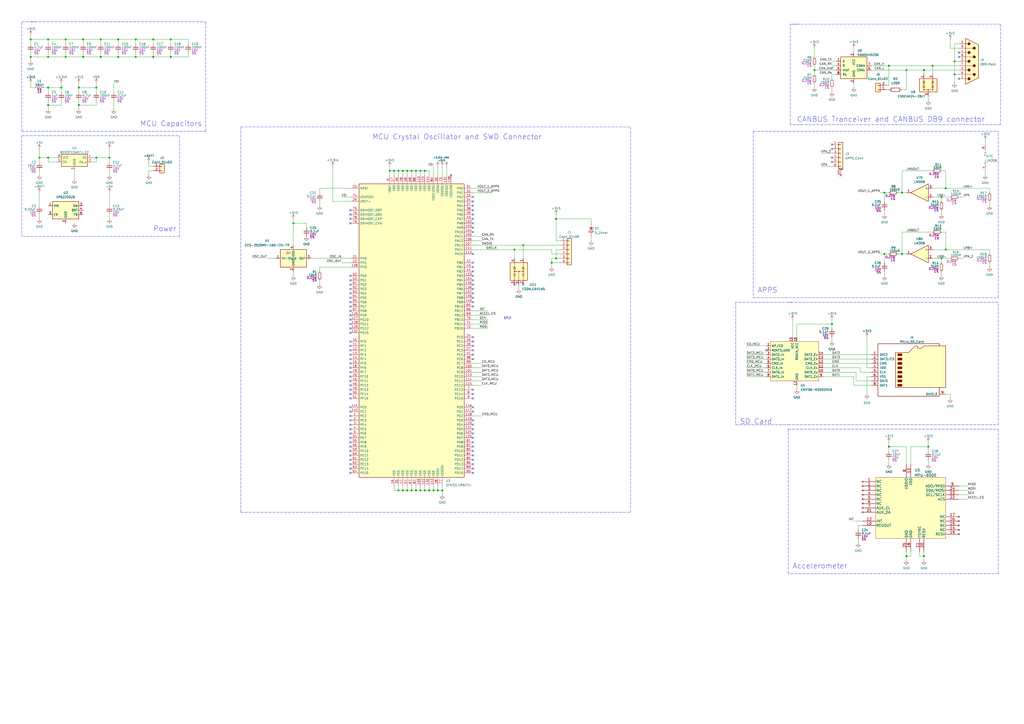
<source format=kicad_sch>
(kicad_sch (version 20211123) (generator eeschema)
  (paper "A2")
  (title_block (title "Electric Vehicle Control Unit") (date "2022-11-19") (rev "A") (company "ECE 490 Group 1"))
  (junction (at 251.46 284.48))
  (junction (at 553.72 35.56))
  (junction (at 233.68 99.06))
  (junction (at 236.22 99.06))
  (junction (at 320.04 152.4))
  (junction (at 99.06 22.86))
  (junction (at 238.76 284.48))
  (junction (at 256.54 284.48))
  (junction (at 548.64 109.22))
  (junction (at 27.94 50.8))
  (junction (at 99.06 33.02))
  (junction (at 525.78 40.64))
  (junction (at 243.84 99.06))
  (junction (at 472.44 40.64))
  (junction (at 88.9 22.86))
  (junction (at 55.88 91.44))
  (junction (at 78.74 33.02))
  (junction (at 231.14 99.06))
  (junction (at 553.72 43.18))
  (junction (at 228.6 99.06))
  (junction (at 538.48 259.08))
  (junction (at 48.26 33.02))
  (junction (at 243.84 284.48))
  (junction (at 27.94 60.96))
  (junction (at 17.78 33.02))
  (junction (at 68.58 33.02))
  (junction (at 548.64 144.78))
  (junction (at 27.94 33.02))
  (junction (at 22.86 91.44))
  (junction (at 523.24 147.32))
  (junction (at 78.74 22.86))
  (junction (at 535.94 40.64))
  (junction (at 231.14 284.48))
  (junction (at 63.5 91.44))
  (junction (at 525.78 322.58))
  (junction (at 246.38 99.06))
  (junction (at 35.56 50.8))
  (junction (at 523.24 111.76))
  (junction (at 238.76 99.06))
  (junction (at 38.1 22.86))
  (junction (at 48.26 22.86))
  (junction (at 546.1 149.86))
  (junction (at 515.62 38.1))
  (junction (at 515.62 259.08))
  (junction (at 241.3 284.48))
  (junction (at 236.22 284.48))
  (junction (at 27.94 91.44))
  (junction (at 58.42 33.02))
  (junction (at 55.88 50.8))
  (junction (at 226.06 99.06))
  (junction (at 513.08 147.32))
  (junction (at 513.08 111.76))
  (junction (at 254 284.48))
  (junction (at 322.58 127))
  (junction (at 45.72 60.96))
  (junction (at 482.6 187.96))
  (junction (at 27.94 22.86))
  (junction (at 298.45 144.78))
  (junction (at 38.1 33.02))
  (junction (at 17.78 22.86))
  (junction (at 170.18 129.54))
  (junction (at 241.3 99.06))
  (junction (at 58.42 22.86))
  (junction (at 88.9 33.02))
  (junction (at 535.94 322.58))
  (junction (at 546.1 114.3))
  (junction (at 233.68 284.48))
  (junction (at 248.92 284.48))
  (junction (at 541.02 38.1))
  (junction (at 246.38 284.48))
  (junction (at 68.58 22.86))
  (junction (at 45.72 50.8))
  (junction (at 303.53 142.24))
  (junction (at 322.58 149.86))
  (no_connect (at 274.32 177.8))
  (no_connect (at 203.2 170.18))
  (no_connect (at 203.2 175.26))
  (no_connect (at 203.2 172.72))
  (no_connect (at 203.2 180.34))
  (no_connect (at 203.2 177.8))
  (no_connect (at 203.2 218.44))
  (no_connect (at 203.2 215.9))
  (no_connect (at 203.2 228.6))
  (no_connect (at 203.2 205.74))
  (no_connect (at 203.2 185.42))
  (no_connect (at 203.2 187.96))
  (no_connect (at 203.2 190.5))
  (no_connect (at 203.2 193.04))
  (no_connect (at 203.2 203.2))
  (no_connect (at 203.2 198.12))
  (no_connect (at 203.2 200.66))
  (no_connect (at 203.2 182.88))
  (no_connect (at 203.2 167.64))
  (no_connect (at 203.2 160.02))
  (no_connect (at 203.2 165.1))
  (no_connect (at 203.2 162.56))
  (no_connect (at 274.32 269.24))
  (no_connect (at 274.32 271.78))
  (no_connect (at 274.32 274.32))
  (no_connect (at 203.2 274.32))
  (no_connect (at 203.2 246.38))
  (no_connect (at 203.2 241.3))
  (no_connect (at 203.2 238.76))
  (no_connect (at 203.2 243.84))
  (no_connect (at 203.2 236.22))
  (no_connect (at 203.2 231.14))
  (no_connect (at 203.2 223.52))
  (no_connect (at 203.2 208.28))
  (no_connect (at 203.2 213.36))
  (no_connect (at 203.2 226.06))
  (no_connect (at 203.2 220.98))
  (no_connect (at 203.2 210.82))
  (no_connect (at 203.2 254))
  (no_connect (at 203.2 248.92))
  (no_connect (at 203.2 251.46))
  (no_connect (at 203.2 256.54))
  (no_connect (at 203.2 261.62))
  (no_connect (at 203.2 259.08))
  (no_connect (at 203.2 266.7))
  (no_connect (at 203.2 271.78))
  (no_connect (at 203.2 264.16))
  (no_connect (at 203.2 269.24))
  (no_connect (at 274.32 256.54))
  (no_connect (at 274.32 259.08))
  (no_connect (at 274.32 261.62))
  (no_connect (at 274.32 266.7))
  (no_connect (at 274.32 254))
  (no_connect (at 274.32 264.16))
  (no_connect (at 274.32 251.46))
  (no_connect (at 274.32 248.92))
  (no_connect (at 274.32 243.84))
  (no_connect (at 203.2 121.92))
  (no_connect (at 203.2 127))
  (no_connect (at 203.2 129.54))
  (no_connect (at 203.2 124.46))
  (no_connect (at 274.32 208.28))
  (no_connect (at 303.53 165.1))
  (no_connect (at 298.45 165.1))
  (no_connect (at 444.5 203.2))
  (no_connect (at 274.32 116.84))
  (no_connect (at 261.62 101.6))
  (no_connect (at 274.32 114.3))
  (no_connect (at 274.32 134.62))
  (no_connect (at 274.32 132.08))
  (no_connect (at 274.32 127))
  (no_connect (at 274.32 129.54))
  (no_connect (at 274.32 121.92))
  (no_connect (at 274.32 124.46))
  (no_connect (at 274.32 119.38))
  (no_connect (at 274.32 162.56))
  (no_connect (at 274.32 175.26))
  (no_connect (at 274.32 165.1))
  (no_connect (at 274.32 170.18))
  (no_connect (at 274.32 172.72))
  (no_connect (at 274.32 167.64))
  (no_connect (at 274.32 157.48))
  (no_connect (at 274.32 160.02))
  (no_connect (at 274.32 152.4))
  (no_connect (at 274.32 147.32))
  (no_connect (at 274.32 154.94))
  (no_connect (at 274.32 195.58))
  (no_connect (at 274.32 198.12))
  (no_connect (at 274.32 203.2))
  (no_connect (at 274.32 205.74))
  (no_connect (at 274.32 200.66))
  (no_connect (at 274.32 228.6))
  (no_connect (at 274.32 226.06))
  (no_connect (at 274.32 231.14))
  (no_connect (at 274.32 246.38))
  (no_connect (at 274.32 238.76))
  (no_connect (at 274.32 236.22))
  (no_connect (at 482.6 91.44))
  (no_connect (at 482.6 93.98))
  (no_connect (at 482.6 83.82))
  (no_connect (at 482.6 86.36))
  (no_connect (at 556.26 30.48))
  (no_connect (at 556.26 33.02))
  (no_connect (at 556.26 45.72))
  (no_connect (at 500.38 294.64))
  (no_connect (at 500.38 297.18))
  (no_connect (at 487.68 101.6))
  (wire (pts (xy 274.32 220.98) (xy 279.4 220.98)))
  (wire (pts (xy 274.32 213.36) (xy 279.4 213.36)))
  (wire (pts (xy 482.6 35.56) (xy 485.14 35.56)))
  (wire (pts (xy 254 96.52) (xy 254 101.6)))
  (polyline (pts (xy 579.12 172.72) (xy 579.12 76.2)))
  (wire (pts (xy 300.99 167.64) (xy 300.99 165.1)))
  (wire (pts (xy 27.94 50.8) (xy 35.56 50.8)))
  (wire (pts (xy 99.06 30.48) (xy 99.06 33.02)))
  (wire (pts (xy 251.46 284.48) (xy 248.92 284.48)))
  (wire (pts (xy 154.94 149.86) (xy 160.02 149.86)))
  (wire (pts (xy 433.07 218.44) (xy 444.5 218.44)))
  (wire (pts (xy 55.88 50.8) (xy 45.72 50.8)))
  (wire (pts (xy 248.92 284.48) (xy 246.38 284.48)))
  (wire (pts (xy 303.53 142.24) (xy 325.12 142.24)))
  (polyline (pts (xy 436.88 76.2) (xy 579.12 76.2)))
  (wire (pts (xy 55.88 91.44) (xy 63.5 91.44)))
  (wire (pts (xy 571.5 101.6) (xy 571.5 99.06)))
  (wire (pts (xy 548.64 109.22) (xy 541.02 109.22)))
  (polyline (pts (xy 12.7 78.74) (xy 104.14 78.74)))
  (wire (pts (xy 109.22 22.86) (xy 109.22 25.4)))
  (wire (pts (xy 88.9 22.86) (xy 99.06 22.86)))
  (polyline (pts (xy 12.7 12.7) (xy 20.32 12.7)))
  (wire (pts (xy 462.28 226.06) (xy 462.28 223.52)))
  (wire (pts (xy 274.32 190.5) (xy 283.21 190.5)))
  (wire (pts (xy 226.06 99.06) (xy 226.06 101.6)))
  (wire (pts (xy 78.74 33.02) (xy 68.58 33.02)))
  (wire (pts (xy 495.3 218.44) (xy 495.3 223.52)))
  (wire (pts (xy 243.84 99.06) (xy 241.3 99.06)))
  (wire (pts (xy 556.26 27.94) (xy 551.18 27.94)))
  (wire (pts (xy 574.04 144.78) (xy 574.04 147.32)))
  (wire (pts (xy 325.12 152.4) (xy 320.04 152.4)))
  (wire (pts (xy 251.46 96.52) (xy 251.46 101.6)))
  (wire (pts (xy 17.78 50.8) (xy 20.32 50.8)))
  (wire (pts (xy 320.04 149.86) (xy 320.04 152.4)))
  (wire (pts (xy 45.72 48.26) (xy 45.72 50.8)))
  (wire (pts (xy 231.14 281.94) (xy 231.14 284.48)))
  (wire (pts (xy 256.54 284.48) (xy 254 284.48)))
  (wire (pts (xy 246.38 284.48) (xy 243.84 284.48)))
  (wire (pts (xy 259.08 96.52) (xy 259.08 101.6)))
  (wire (pts (xy 342.9 139.7) (xy 342.9 137.16)))
  (wire (pts (xy 515.62 147.32) (xy 513.08 147.32)))
  (wire (pts (xy 505.46 220.98) (xy 496.57 220.98)))
  (wire (pts (xy 256.54 281.94) (xy 256.54 284.48)))
  (wire (pts (xy 274.32 187.96) (xy 283.21 187.96)))
  (wire (pts (xy 231.14 284.48) (xy 228.6 284.48)))
  (wire (pts (xy 528.32 259.08) (xy 528.32 269.24)))
  (wire (pts (xy 274.32 218.44) (xy 279.4 218.44)))
  (wire (pts (xy 78.74 22.86) (xy 88.9 22.86)))
  (wire (pts (xy 274.32 142.24) (xy 303.53 142.24)))
  (wire (pts (xy 546.1 99.06) (xy 548.64 99.06)))
  (polyline (pts (xy 579.12 246.38) (xy 579.12 175.26)))
  (wire (pts (xy 63.5 101.6) (xy 63.5 99.06)))
  (wire (pts (xy 499.11 215.9) (xy 505.46 215.9)))
  (wire (pts (xy 546.1 157.48) (xy 546.1 160.02)))
  (wire (pts (xy 482.6 53.34) (xy 482.6 50.8)))
  (wire (pts (xy 482.6 185.42) (xy 482.6 187.96)))
  (wire (pts (xy 298.45 144.78) (xy 298.45 149.86)))
  (wire (pts (xy 558.8 149.86) (xy 556.26 149.86)))
  (wire (pts (xy 551.18 228.6) (xy 551.18 231.14)))
  (wire (pts (xy 525.78 320.04) (xy 525.78 322.58)))
  (polyline (pts (xy 579.12 175.26) (xy 457.2 175.26)))
  (wire (pts (xy 553.72 35.56) (xy 553.72 43.18)))
  (wire (pts (xy 496.57 220.98) (xy 496.57 215.9)))
  (wire (pts (xy 238.76 284.48) (xy 236.22 284.48)))
  (wire (pts (xy 513.08 111.76) (xy 510.54 111.76)))
  (wire (pts (xy 68.58 33.02) (xy 58.42 33.02)))
  (wire (pts (xy 525.78 322.58) (xy 528.32 322.58)))
  (wire (pts (xy 546.1 149.86) (xy 541.02 149.86)))
  (wire (pts (xy 27.94 33.02) (xy 17.78 33.02)))
  (polyline (pts (xy 579.12 332.74) (xy 457.2 332.74)))
  (wire (pts (xy 495.3 302.26) (xy 500.38 302.26)))
  (wire (pts (xy 472.44 40.64) (xy 472.44 43.18)))
  (wire (pts (xy 53.34 91.44) (xy 55.88 91.44)))
  (wire (pts (xy 254 284.48) (xy 251.46 284.48)))
  (wire (pts (xy 497.84 304.8) (xy 497.84 307.34)))
  (wire (pts (xy 66.04 53.34) (xy 66.04 48.26)))
  (polyline (pts (xy 459.74 13.97) (xy 580.39 13.97)))
  (wire (pts (xy 515.62 38.1) (xy 515.62 49.53)))
  (wire (pts (xy 274.32 185.42) (xy 283.21 185.42)))
  (wire (pts (xy 58.42 22.86) (xy 58.42 25.4)))
  (wire (pts (xy 35.56 48.26) (xy 35.56 50.8)))
  (wire (pts (xy 17.78 22.86) (xy 17.78 25.4)))
  (wire (pts (xy 45.72 50.8) (xy 45.72 53.34)))
  (polyline (pts (xy 436.88 172.72) (xy 579.12 172.72)))
  (wire (pts (xy 571.5 81.28) (xy 571.5 83.82)))
  (wire (pts (xy 546.1 114.3) (xy 546.1 116.84)))
  (wire (pts (xy 505.46 38.1) (xy 515.62 38.1)))
  (polyline (pts (xy 119.38 12.7) (xy 119.38 76.2)))
  (wire (pts (xy 33.02 93.98) (xy 27.94 93.98)))
  (wire (pts (xy 238.76 99.06) (xy 238.76 101.6)))
  (wire (pts (xy 99.06 33.02) (xy 88.9 33.02)))
  (wire (pts (xy 238.76 281.94) (xy 238.76 284.48)))
  (wire (pts (xy 27.94 50.8) (xy 27.94 53.34)))
  (wire (pts (xy 236.22 99.06) (xy 233.68 99.06)))
  (wire (pts (xy 17.78 30.48) (xy 17.78 33.02)))
  (wire (pts (xy 535.94 40.64) (xy 535.94 43.18)))
  (wire (pts (xy 513.08 124.46) (xy 513.08 121.92)))
  (wire (pts (xy 53.34 93.98) (xy 55.88 93.98)))
  (wire (pts (xy 231.14 99.06) (xy 231.14 101.6)))
  (wire (pts (xy 574.04 144.78) (xy 548.64 144.78)))
  (polyline (pts (xy 436.88 76.2) (xy 436.88 172.72)))
  (wire (pts (xy 185.42 109.22) (xy 203.2 109.22)))
  (wire (pts (xy 574.04 116.84) (xy 574.04 119.38)))
  (wire (pts (xy 574.04 109.22) (xy 548.64 109.22)))
  (wire (pts (xy 472.44 50.8) (xy 472.44 48.26)))
  (wire (pts (xy 342.9 129.54) (xy 342.9 127)))
  (wire (pts (xy 485.14 43.18) (xy 482.6 43.18)))
  (wire (pts (xy 88.9 30.48) (xy 88.9 33.02)))
  (wire (pts (xy 505.46 213.36) (xy 502.92 213.36)))
  (polyline (pts (xy 458.47 72.39) (xy 458.47 13.97)))
  (polyline (pts (xy 579.12 248.92) (xy 579.12 332.74)))
  (wire (pts (xy 574.04 152.4) (xy 574.04 154.94)))
  (wire (pts (xy 477.52 210.82) (xy 505.46 210.82)))
  (wire (pts (xy 170.18 129.54) (xy 177.8 129.54)))
  (wire (pts (xy 55.88 48.26) (xy 55.88 50.8)))
  (wire (pts (xy 525.78 147.32) (xy 523.24 147.32)))
  (wire (pts (xy 515.62 111.76) (xy 513.08 111.76)))
  (wire (pts (xy 274.32 210.82) (xy 279.4 210.82)))
  (wire (pts (xy 477.52 205.74) (xy 505.46 205.74)))
  (wire (pts (xy 505.46 218.44) (xy 502.92 218.44)))
  (wire (pts (xy 274.32 144.78) (xy 298.45 144.78)))
  (wire (pts (xy 482.6 38.1) (xy 485.14 38.1)))
  (wire (pts (xy 525.78 111.76) (xy 523.24 111.76)))
  (wire (pts (xy 551.18 114.3) (xy 546.1 114.3)))
  (wire (pts (xy 58.42 33.02) (xy 48.26 33.02)))
  (wire (pts (xy 513.08 147.32) (xy 510.54 147.32)))
  (wire (pts (xy 254 281.94) (xy 254 284.48)))
  (wire (pts (xy 27.94 58.42) (xy 27.94 60.96)))
  (wire (pts (xy 433.07 215.9) (xy 444.5 215.9)))
  (wire (pts (xy 497.84 314.96) (xy 497.84 312.42)))
  (wire (pts (xy 243.84 99.06) (xy 243.84 101.6)))
  (wire (pts (xy 55.88 60.96) (xy 45.72 60.96)))
  (polyline (pts (xy 426.72 246.38) (xy 457.2 246.38)))
  (wire (pts (xy 248.92 101.6) (xy 248.92 99.06)))
  (wire (pts (xy 477.52 213.36) (xy 499.11 213.36)))
  (wire (pts (xy 58.42 30.48) (xy 58.42 33.02)))
  (wire (pts (xy 228.6 99.06) (xy 228.6 101.6)))
  (wire (pts (xy 515.62 259.08) (xy 515.62 261.62)))
  (polyline (pts (xy 457.2 248.92) (xy 579.12 248.92)))
  (wire (pts (xy 553.72 43.18) (xy 553.72 48.26)))
  (wire (pts (xy 17.78 48.26) (xy 17.78 50.8)))
  (wire (pts (xy 320.04 152.4) (xy 320.04 154.94)))
  (wire (pts (xy 548.64 144.78) (xy 541.02 144.78)))
  (wire (pts (xy 476.25 88.9) (xy 482.6 88.9)))
  (wire (pts (xy 538.48 259.08) (xy 538.48 261.62)))
  (wire (pts (xy 17.78 33.02) (xy 17.78 35.56)))
  (wire (pts (xy 27.94 60.96) (xy 35.56 60.96)))
  (wire (pts (xy 48.26 22.86) (xy 48.26 25.4)))
  (wire (pts (xy 238.76 99.06) (xy 236.22 99.06)))
  (polyline (pts (xy 17.78 12.7) (xy 119.38 12.7)))
  (wire (pts (xy 495.3 223.52) (xy 505.46 223.52)))
  (polyline (pts (xy 104.14 78.74) (xy 104.14 137.16)))
  (wire (pts (xy 500.38 304.8) (xy 497.84 304.8)))
  (wire (pts (xy 523.24 52.07) (xy 525.78 52.07)))
  (wire (pts (xy 243.84 281.94) (xy 243.84 284.48)))
  (wire (pts (xy 546.1 134.62) (xy 548.64 134.62)))
  (wire (pts (xy 574.04 109.22) (xy 574.04 111.76)))
  (wire (pts (xy 274.32 109.22) (xy 285.75 109.22)))
  (wire (pts (xy 482.6 187.96) (xy 482.6 190.5)))
  (wire (pts (xy 78.74 30.48) (xy 78.74 33.02)))
  (wire (pts (xy 236.22 281.94) (xy 236.22 284.48)))
  (wire (pts (xy 246.38 281.94) (xy 246.38 284.48)))
  (wire (pts (xy 553.72 25.4) (xy 553.72 35.56)))
  (wire (pts (xy 233.68 99.06) (xy 231.14 99.06)))
  (wire (pts (xy 551.18 22.86) (xy 551.18 27.94)))
  (wire (pts (xy 433.07 213.36) (xy 444.5 213.36)))
  (wire (pts (xy 535.94 322.58) (xy 535.94 325.12)))
  (wire (pts (xy 109.22 33.02) (xy 99.06 33.02)))
  (wire (pts (xy 55.88 58.42) (xy 55.88 60.96)))
  (wire (pts (xy 533.4 320.04) (xy 533.4 322.58)))
  (wire (pts (xy 99.06 22.86) (xy 109.22 22.86)))
  (wire (pts (xy 246.38 99.06) (xy 246.38 101.6)))
  (wire (pts (xy 63.5 91.44) (xy 63.5 93.98)))
  (wire (pts (xy 109.22 30.48) (xy 109.22 33.02)))
  (wire (pts (xy 231.14 99.06) (xy 228.6 99.06)))
  (polyline (pts (xy 580.39 72.39) (xy 458.47 72.39)))
  (wire (pts (xy 556.26 281.94) (xy 561.34 281.94)))
  (wire (pts (xy 495.3 27.94) (xy 495.3 30.48)))
  (wire (pts (xy 185.42 162.56) (xy 185.42 165.1)))
  (wire (pts (xy 193.04 96.52) (xy 193.04 116.84)))
  (wire (pts (xy 22.86 124.46) (xy 22.86 127)))
  (wire (pts (xy 22.86 91.44) (xy 22.86 93.98)))
  (wire (pts (xy 472.44 27.94) (xy 472.44 33.02)))
  (wire (pts (xy 22.86 111.76) (xy 22.86 119.38)))
  (wire (pts (xy 241.3 99.06) (xy 241.3 101.6)))
  (wire (pts (xy 556.26 284.48) (xy 561.34 284.48)))
  (wire (pts (xy 322.58 144.78) (xy 322.58 149.86)))
  (polyline (pts (xy 12.7 78.74) (xy 12.7 137.16)))
  (wire (pts (xy 433.07 210.82) (xy 444.5 210.82)))
  (wire (pts (xy 556.26 35.56) (xy 553.72 35.56)))
  (wire (pts (xy 88.9 99.06) (xy 86.36 99.06)))
  (wire (pts (xy 274.32 137.16) (xy 279.4 137.16)))
  (wire (pts (xy 538.48 256.54) (xy 538.48 259.08)))
  (wire (pts (xy 477.52 208.28) (xy 505.46 208.28)))
  (wire (pts (xy 55.88 93.98) (xy 55.88 91.44)))
  (wire (pts (xy 33.02 91.44) (xy 27.94 91.44)))
  (wire (pts (xy 22.86 86.36) (xy 22.86 91.44)))
  (polyline (pts (xy 457.2 332.74) (xy 457.2 248.92)))
  (wire (pts (xy 502.92 195.58) (xy 502.92 213.36)))
  (wire (pts (xy 251.46 281.94) (xy 251.46 284.48)))
  (wire (pts (xy 546.1 149.86) (xy 546.1 152.4)))
  (wire (pts (xy 502.92 218.44) (xy 502.92 228.6)))
  (wire (pts (xy 274.32 180.34) (xy 283.21 180.34)))
  (wire (pts (xy 551.18 149.86) (xy 546.1 149.86)))
  (wire (pts (xy 248.92 281.94) (xy 248.92 284.48)))
  (wire (pts (xy 558.8 114.3) (xy 556.26 114.3)))
  (polyline (pts (xy 12.7 76.2) (xy 12.7 12.7)))
  (wire (pts (xy 27.94 60.96) (xy 27.94 63.5)))
  (wire (pts (xy 548.64 134.62) (xy 548.64 144.78)))
  (wire (pts (xy 27.94 93.98) (xy 27.94 91.44)))
  (wire (pts (xy 170.18 160.02) (xy 170.18 157.48)))
  (wire (pts (xy 66.04 58.42) (xy 66.04 63.5)))
  (wire (pts (xy 38.1 30.48) (xy 38.1 33.02)))
  (wire (pts (xy 513.08 160.02) (xy 513.08 157.48)))
  (wire (pts (xy 298.45 144.78) (xy 320.04 144.78)))
  (wire (pts (xy 63.5 124.46) (xy 63.5 127)))
  (wire (pts (xy 482.6 198.12) (xy 482.6 195.58)))
  (wire (pts (xy 325.12 144.78) (xy 322.58 144.78)))
  (wire (pts (xy 523.24 134.62) (xy 523.24 147.32)))
  (wire (pts (xy 505.46 40.64) (xy 525.78 40.64)))
  (wire (pts (xy 226.06 96.52) (xy 226.06 99.06)))
  (wire (pts (xy 185.42 109.22) (xy 185.42 111.76)))
  (polyline (pts (xy 459.74 175.26) (xy 426.72 175.26)))
  (wire (pts (xy 203.2 116.84) (xy 193.04 116.84)))
  (polyline (pts (xy 458.47 13.97) (xy 463.55 13.97)))
  (wire (pts (xy 523.24 99.06) (xy 523.24 111.76)))
  (wire (pts (xy 198.12 152.4) (xy 203.2 152.4)))
  (wire (pts (xy 88.9 22.86) (xy 88.9 25.4)))
  (wire (pts (xy 535.94 320.04) (xy 535.94 322.58)))
  (wire (pts (xy 99.06 22.86) (xy 99.06 25.4)))
  (wire (pts (xy 236.22 99.06) (xy 236.22 101.6)))
  (wire (pts (xy 233.68 281.94) (xy 233.68 284.48)))
  (wire (pts (xy 243.84 284.48) (xy 241.3 284.48)))
  (wire (pts (xy 27.94 22.86) (xy 17.78 22.86)))
  (wire (pts (xy 38.1 22.86) (xy 38.1 25.4)))
  (wire (pts (xy 68.58 22.86) (xy 68.58 25.4)))
  (wire (pts (xy 35.56 50.8) (xy 35.56 53.34)))
  (wire (pts (xy 88.9 33.02) (xy 78.74 33.02)))
  (wire (pts (xy 462.28 187.96) (xy 462.28 195.58)))
  (wire (pts (xy 513.08 147.32) (xy 513.08 152.4)))
  (wire (pts (xy 556.26 287.02) (xy 561.34 287.02)))
  (polyline (pts (xy 139.7 297.18) (xy 365.76 297.18)))
  (wire (pts (xy 523.24 147.32) (xy 520.7 147.32)))
  (wire (pts (xy 233.68 284.48) (xy 231.14 284.48)))
  (wire (pts (xy 274.32 223.52) (xy 279.4 223.52)))
  (wire (pts (xy 27.94 22.86) (xy 38.1 22.86)))
  (wire (pts (xy 256.54 284.48) (xy 256.54 287.02)))
  (wire (pts (xy 88.9 96.52) (xy 86.36 96.52)))
  (wire (pts (xy 274.32 241.3) (xy 279.4 241.3)))
  (wire (pts (xy 180.34 149.86) (xy 203.2 149.86)))
  (polyline (pts (xy 365.76 297.18) (xy 365.76 73.66)))
  (wire (pts (xy 303.53 142.24) (xy 303.53 149.86)))
  (wire (pts (xy 48.26 22.86) (xy 58.42 22.86)))
  (wire (pts (xy 170.18 127) (xy 170.18 129.54)))
  (wire (pts (xy 322.58 127) (xy 342.9 127)))
  (wire (pts (xy 462.28 187.96) (xy 482.6 187.96)))
  (wire (pts (xy 241.3 281.94) (xy 241.3 284.48)))
  (wire (pts (xy 274.32 182.88) (xy 283.21 182.88)))
  (wire (pts (xy 58.42 22.86) (xy 68.58 22.86)))
  (wire (pts (xy 17.78 20.32) (xy 17.78 22.86)))
  (wire (pts (xy 27.94 25.4) (xy 27.94 22.86)))
  (wire (pts (xy 528.32 320.04) (xy 528.32 322.58)))
  (wire (pts (xy 233.68 99.06) (xy 233.68 101.6)))
  (polyline (pts (xy 139.7 73.66) (xy 139.7 297.18)))
  (wire (pts (xy 515.62 49.53) (xy 514.35 49.53)))
  (wire (pts (xy 246.38 99.06) (xy 243.84 99.06)))
  (wire (pts (xy 198.12 114.3) (xy 203.2 114.3)))
  (wire (pts (xy 515.62 269.24) (xy 515.62 266.7)))
  (wire (pts (xy 45.72 58.42) (xy 45.72 60.96)))
  (wire (pts (xy 495.3 50.8) (xy 495.3 48.26)))
  (wire (pts (xy 499.11 213.36) (xy 499.11 215.9)))
  (wire (pts (xy 513.08 111.76) (xy 513.08 116.84)))
  (wire (pts (xy 170.18 129.54) (xy 170.18 142.24)))
  (wire (pts (xy 477.52 218.44) (xy 495.3 218.44)))
  (wire (pts (xy 535.94 40.64) (xy 556.26 40.64)))
  (wire (pts (xy 86.36 93.98) (xy 86.36 96.52)))
  (wire (pts (xy 256.54 96.52) (xy 256.54 101.6)))
  (wire (pts (xy 546.1 114.3) (xy 541.02 114.3)))
  (wire (pts (xy 472.44 40.64) (xy 485.14 40.64)))
  (wire (pts (xy 533.4 322.58) (xy 535.94 322.58)))
  (wire (pts (xy 538.48 58.42) (xy 538.48 55.88)))
  (polyline (pts (xy 119.38 76.2) (xy 12.7 76.2)))
  (wire (pts (xy 38.1 22.86) (xy 48.26 22.86)))
  (wire (pts (xy 433.07 208.28) (xy 444.5 208.28)))
  (wire (pts (xy 22.86 99.06) (xy 22.86 101.6)))
  (wire (pts (xy 48.26 30.48) (xy 48.26 33.02)))
  (wire (pts (xy 525.78 40.64) (xy 535.94 40.64)))
  (wire (pts (xy 525.78 259.08) (xy 525.78 269.24)))
  (wire (pts (xy 35.56 58.42) (xy 35.56 60.96)))
  (wire (pts (xy 228.6 99.06) (xy 226.06 99.06)))
  (wire (pts (xy 86.36 99.06) (xy 86.36 101.6)))
  (wire (pts (xy 538.48 269.24) (xy 538.48 266.7)))
  (wire (pts (xy 541.02 99.06) (xy 523.24 99.06)))
  (wire (pts (xy 45.72 60.96) (xy 45.72 63.5)))
  (wire (pts (xy 228.6 284.48) (xy 228.6 281.94)))
  (wire (pts (xy 320.04 144.78) (xy 320.04 147.32)))
  (wire (pts (xy 325.12 149.86) (xy 322.58 149.86)))
  (wire (pts (xy 561.34 289.56) (xy 556.26 289.56)))
  (polyline (pts (xy 580.39 13.97) (xy 580.39 72.39)))
  (wire (pts (xy 472.44 38.1) (xy 472.44 40.64)))
  (wire (pts (xy 556.26 25.4) (xy 553.72 25.4)))
  (wire (pts (xy 525.78 52.07) (xy 525.78 40.64)))
  (wire (pts (xy 48.26 33.02) (xy 38.1 33.02)))
  (wire (pts (xy 546.1 121.92) (xy 546.1 124.46)))
  (wire (pts (xy 78.74 22.86) (xy 78.74 25.4)))
  (wire (pts (xy 482.6 43.18) (xy 482.6 45.72)))
  (wire (pts (xy 241.3 99.06) (xy 238.76 99.06)))
  (wire (pts (xy 525.78 322.58) (xy 525.78 325.12)))
  (wire (pts (xy 476.25 96.52) (xy 482.6 96.52)))
  (wire (pts (xy 515.62 38.1) (xy 541.02 38.1)))
  (polyline (pts (xy 139.7 73.66) (xy 365.76 73.66)))
  (wire (pts (xy 185.42 154.94) (xy 185.42 157.48)))
  (wire (pts (xy 553.72 43.18) (xy 556.26 43.18)))
  (wire (pts (xy 185.42 119.38) (xy 185.42 116.84)))
  (wire (pts (xy 514.35 52.07) (xy 515.62 52.07)))
  (wire (pts (xy 38.1 33.02) (xy 27.94 33.02)))
  (wire (pts (xy 541.02 38.1) (xy 556.26 38.1)))
  (wire (pts (xy 236.22 284.48) (xy 233.68 284.48)))
  (wire (pts (xy 274.32 215.9) (xy 279.4 215.9)))
  (wire (pts (xy 548.64 228.6) (xy 551.18 228.6)))
  (wire (pts (xy 248.92 99.06) (xy 246.38 99.06)))
  (wire (pts (xy 25.4 50.8) (xy 27.94 50.8)))
  (wire (pts (xy 525.78 259.08) (xy 515.62 259.08)))
  (wire (pts (xy 27.94 33.02) (xy 27.94 30.48)))
  (wire (pts (xy 274.32 111.76) (xy 285.75 111.76)))
  (polyline (pts (xy 104.14 137.16) (xy 12.7 137.16)))
  (wire (pts (xy 548.64 99.06) (xy 548.64 109.22)))
  (wire (pts (xy 459.74 185.42) (xy 459.74 195.58)))
  (wire (pts (xy 433.07 200.66) (xy 444.5 200.66)))
  (wire (pts (xy 515.62 256.54) (xy 515.62 259.08)))
  (wire (pts (xy 241.3 284.48) (xy 238.76 284.48)))
  (wire (pts (xy 68.58 30.48) (xy 68.58 33.02)))
  (wire (pts (xy 528.32 259.08) (xy 538.48 259.08)))
  (polyline (pts (xy 426.72 175.26) (xy 426.72 246.38)))
  (wire (pts (xy 177.8 129.54) (xy 177.8 132.08)))
  (wire (pts (xy 322.58 124.46) (xy 322.58 127)))
  (wire (pts (xy 68.58 22.86) (xy 78.74 22.86)))
  (wire (pts (xy 203.2 154.94) (xy 185.42 154.94)))
  (wire (pts (xy 322.58 149.86) (xy 320.04 149.86)))
  (polyline (pts (xy 457.2 246.38) (xy 579.12 246.38)))
  (wire (pts (xy 541.02 38.1) (xy 541.02 43.18)))
  (wire (pts (xy 541.02 134.62) (xy 523.24 134.62)))
  (wire (pts (xy 27.94 91.44) (xy 22.86 91.44)))
  (wire (pts (xy 63.5 111.76) (xy 63.5 119.38)))
  (wire (pts (xy 320.04 147.32) (xy 325.12 147.32)))
  (wire (pts (xy 433.07 205.74) (xy 444.5 205.74)))
  (wire (pts (xy 496.57 215.9) (xy 477.52 215.9)))
  (wire (pts (xy 55.88 53.34) (xy 55.88 50.8)))
  (wire (pts (xy 322.58 127) (xy 322.58 139.7)))
  (wire (pts (xy 43.18 99.06) (xy 43.18 104.14)))
  (wire (pts (xy 523.24 111.76) (xy 520.7 111.76)))
  (wire (pts (xy 274.32 139.7) (xy 279.4 139.7)))
  (wire (pts (xy 63.5 86.36) (xy 63.5 91.44)))
  (wire (pts (xy 325.12 139.7) (xy 322.58 139.7)))
  (text "Accelerometer" (at 459.74 330.2 0) (effects (font (size 3 3)) (justify left bottom)))
  (text "SD Card\n" (at 429.26 246.38 0) (effects (font (size 3 3)) (justify left bottom)))
  (text "Power \n" (at 88.9 134.62 0) (effects (font (size 3 3)) (justify left bottom)))
  (text "MCU Capacitors\n" (at 81.28 73.66 0) (effects (font (size 3 3)) (justify left bottom)))
  (text "CANBUS Tranceiver and CANBUS DB9 connector" (at 462.28 71.12 0) (effects (font (size 3 3)) (justify left bottom)))
  (text "APPS\n" (at 439.42 170.18 0) (effects (font (size 3 3)) (justify left bottom)))
  (text "MCU Crystal Oscillator and SWD Connector\n" (at 215.9 81.28 0) (effects (font (size 3 3)) (justify left bottom)))
  (text "SPI2" (at 292.1 185.42 0) (effects (font (size 1.27 1.27)) (justify left bottom)))
  (label "LMBOUT" (at 525.78 134.62 0))
  (label "LMB-" (at 543.56 149.86 0))
  (label "VPA" (at 558.8 114.3 0))
  (label "SWCLK" (at 281.94 144.78 0))
  (label "CMD_MCU" (at 433.07 210.82 0))
  (label "CAN_TX" (at 482.6 35.56 180))
  (label "MOSI" (at 278.13 190.5 0))
  (label "CMD_MCU" (at 279.4 241.3 0))
  (label "SCK" (at 561.34 287.02 0))
  (label "CD_MCU" (at 279.4 210.82 0))
  (label "ACCEL_CS" (at 278.13 182.88 0))
  (label "CMD" (at 482.6 210.82 0))
  (label "SWDIO" (at 279.4 142.24 0))
  (label "DAT1_MCU" (at 433.07 218.44 0))
  (label "VPA_2" (at 558.8 149.86 0))
  (label "VPA" (at 476.25 96.52 0))
  (label "CLK_MCU" (at 279.4 223.52 0))
  (label "DAT2" (at 482.6 205.74 0))
  (label "DAT3_MCU" (at 433.07 208.28 0))
  (label "OSC_IN" (at 198.12 149.86 180))
  (label "CAN_H" (at 513.08 38.1 180))
  (label "SCK" (at 278.13 185.42 0))
  (label "LMB+" (at 558.8 144.78 0))
  (label "VSI" (at 198.12 114.3 0))
  (label "DAT1" (at 482.6 218.44 0))
  (label "CAN_RX" (at 482.6 38.1 180))
  (label "CLK_MCU" (at 433.07 213.36 0))
  (label "CAN_Vref" (at 474.98 40.64 0))
  (label "MISO" (at 561.34 281.94 0))
  (label "VOUT_1_APPS" (at 276.86 109.22 0))
  (label "CAN_L" (at 513.08 40.64 180))
  (label "LMA-" (at 543.56 114.3 0))
  (label "DAT0" (at 482.6 215.9 0))
  (label "VOUT_2_APPS" (at 510.54 147.32 180))
  (label "DAT3_MCU" (at 279.4 220.98 0))
  (label "INT" (at 278.13 180.34 0))
  (label "CAN_RX" (at 279.4 137.16 0))
  (label "DAT2_MCU" (at 279.4 218.44 0))
  (label "VSI" (at 251.46 96.52 180))
  (label "CD_MCU" (at 433.07 200.66 0))
  (label "DAT0_MCU" (at 433.07 215.9 0))
  (label "INT" (at 495.3 302.26 180))
  (label "LMAOUT" (at 525.78 99.06 0))
  (label "VOUT_2_APPS" (at 276.86 111.76 0))
  (label "CAN_Rs" (at 482.6 43.18 180))
  (label "OSC_OUT" (at 154.94 149.86 180))
  (label "OSC_OUT" (at 198.12 152.4 180))
  (label "VSI" (at 66.04 48.26 0))
  (label "VOUT_1_APPS" (at 510.54 111.76 180))
  (label "LMA+" (at 558.8 109.22 0))
  (label "ACCEL_CS" (at 561.34 289.56 0))
  (label "VPA_2" (at 476.25 88.9 0))
  (label "MISO" (at 278.13 187.96 0))
  (label "CLK" (at 482.6 213.36 0))
  (label "CAN_TX" (at 279.4 139.7 0))
  (label "DAT3" (at 482.6 208.28 0))
  (label "DAT0_MCU" (at 279.4 213.36 0))
  (label "DAT1_MCU" (at 279.4 215.9 0))
  (label "MOSI" (at 561.34 284.48 0))
  (label "DAT2_MCU" (at 433.07 205.74 0))
  (symbol (lib_id "Device:C_Small") (at 17.78 27.94 0) (unit 1)
    (property "Reference" "C1" (at 19.685 25.5 0) (effects (justify left)))
    (property "Value" "4.7uF" (at 19.685 27.432 0) (effects (justify left)))
    (property "Tolerance" "5%" (at 21.082 30.861 0))
    (property "Rating" "10V" (at 19.812 29.21 0) (effects (justify left)))
  )
  (symbol (lib_id "Device:C_Small") (at 27.94 27.94 0) (unit 1)
    (property "Reference" "C4" (at 29.845 25.5 0) (effects (justify left)))
    (property "Value" "100nF" (at 29.935 27.432 0) (effects (justify left)))
    (property "Footprint" "Capacitor_SMD:C_0603_1608Metric_Pad1.08x0.95mm_HandSolder" (effects hide))
    (property "Rating" "10V" (at 29.845 29.21 0) (effects (justify left)))
    (property "Tolerance" "5%" (at 29.845 30.861 0) (effects (justify left)))
  )
  (symbol (lib_id "power:GND") (at 495.3 50.8 0) (unit 1)
    (property "Reference" "#PWR053" (effects hide))
    (property "Value" "GND" (at 495.3 55.2434 0))
  )
  (symbol (lib_id "power:GND") (at 66.04 63.5 0) (unit 1)
    (property "Reference" "#PWR023" (effects hide))
    (property "Value" "GND" (at 66.04 67.9434 0))
  )
  (symbol (lib_id "Device:C_Small") (at 63.5 121.92 0) (unit 1)
    (property "Reference" "C13" (at 65.405 119.48 0) (effects (justify left)))
    (property "Value" "0.33uF" (at 65.495 121.412 0) (effects (justify left)))
    (property "Footprint" "Capacitor_SMD:C_0603_1608Metric_Pad1.08x0.95mm_HandSolder" (effects hide))
    (property "Rating" "10V" (at 65.405 123.19 0) (effects (justify left)))
    (property "Tolerance" "5%" (at 65.405 124.841 0) (effects (justify left)))
  )
  (symbol (lib_id "power:+3.3V") (at 459.74 185.42 0) (unit 1)
    (property "Reference" "#PWR068" (effects hide))
    (property "Value" "+3.3V" (at 459.74 181.8442 0))
  )
  (symbol (lib_id "power:VDD") (at 55.88 48.26 0) (unit 1)
    (property "Reference" "#PWR016" (effects hide))
    (property "Value" "VDD" (at 55.88 44.6842 0))
  )
  (symbol (lib_id "Device:C_Small") (at 38.1 27.94 0) (unit 1)
    (property "Reference" "C7" (at 40.005 25.5 0) (effects (justify left)))
    (property "Value" "100nF" (at 40.095 27.432 0) (effects (justify left)))
    (property "Footprint" "Capacitor_SMD:C_0603_1608Metric_Pad1.08x0.95mm_HandSolder" (effects hide))
    (property "Rating" "10V" (at 40.005 29.21 0) (effects (justify left)))
    (property "Tolerance" "5%" (at 40.005 30.861 0) (effects (justify left)))
  )
  (symbol (lib_id "power:+3.3V") (at 256.54 96.52 0) (unit 1)
    (property "Reference" "#PWR032" (effects hide))
    (property "Value" "+3.3V" (at 254 93.04 0) (effects (font (size 1 1)) (justify left)))
  )
  (symbol (lib_id "power:GND") (at 497.84 314.96 0) (mirror y) (unit 1)
    (property "Reference" "#PWR041" (effects hide))
    (property "Value" "GND" (at 497.84 319.4034 0))
  )
  (symbol (lib_id "Device:C_Small") (at 99.06 27.94 0) (unit 1)
    (property "Reference" "C18" (at 100.965 25.5 0) (effects (justify left)))
    (property "Value" "100nF" (at 101.055 27.432 0) (effects (justify left)))
    (property "Footprint" "Capacitor_SMD:C_0603_1608Metric_Pad1.08x0.95mm_HandSolder" (effects hide))
    (property "Rating" "10V" (at 100.965 29.21 0) (effects (justify left)))
    (property "Tolerance" "5%" (at 100.965 30.861 0) (effects (justify left)))
  )
  (symbol (lib_id "power:+3.3V") (at 571.5 81.28 0) (unit 1)
    (property "Reference" "#PWR062" (effects hide))
    (property "Value" "+3.3V" (at 571.5 77.7042 0))
  )
  (symbol (lib_id "Power_Protection:ESDCAN24-2BLY") (at 520.7 40.64 0) (unit 1)
    (property "Reference" "U9" (at 528.32 53.34 0) (effects (justify left)))
    (property "Value" "ESDCAN24-2BLY" (at 520.7 55.88 0) (effects (justify left)))
    (property "Footprint" "Package_TO_SOT_SMD:SC-59" (effects hide))
  )
  (symbol (lib_id "power:GND") (at 472.44 50.8 0) (unit 1)
    (property "Reference" "#PWR045" (effects hide))
    (property "Value" "GND" (at 472.44 55.2434 0))
  )
  (symbol (lib_id "power:GND") (at 538.48 58.42 0) (unit 1)
    (property "Reference" "#PWR066" (effects hide))
    (property "Value" "GND" (at 538.48 62.8634 0))
  )
  (symbol (lib_id "Device:R_Small") (at 546.1 119.38 0) (mirror y) (unit 1)
    (property "Reference" "R13" (at 544.576 117.094 0) (effects (justify left)))
    (property "Value" "34kR" (at 544.576 118.872 0) (effects (justify left)))
    (property "Rating" "0.25W" (at 544.576 120.396 0) (effects (justify left)))
    (property "Tolerance" "1%" (at 544.576 121.92 0) (effects (justify left)))
  )
  (symbol (lib_id "Device:D_Zener") (at 342.9 133.35 270) (unit 1)
    (property "Reference" "D1" (at 344.932 132.5153 90) (effects (justify left)))
    (property "Value" "D_Zener" (at 344.932 135.0522 90) (effects (justify left)))
    (property "Footprint" "Diode_SMD:D_SMB_Handsoldering" (effects hide))
  )
  (symbol (lib_id "power:VDD") (at 259.08 96.52 0) (unit 1)
    (property "Reference" "#PWR034" (effects hide))
    (property "Value" "VDD" (at 259.08 91.44 0) (effects (font (size 1 1))))
  )
  (symbol (lib_id "Device:C_Small") (at 88.9 27.94 0) (unit 1)
    (property "Reference" "C17" (at 90.805 25.5 0) (effects (justify left)))
    (property "Value" "100nF" (at 90.895 27.432 0) (effects (justify left)))
    (property "Footprint" "Capacitor_SMD:C_0603_1608Metric_Pad1.08x0.95mm_HandSolder" (effects hide))
    (property "Rating" "10V" (at 90.805 29.21 0) (effects (justify left)))
    (property "Tolerance" "5%" (at 90.805 30.861 0) (effects (justify left)))
  )
  (symbol (lib_id "Device:C_Small") (at 35.56 55.88 0) (unit 1)
    (property "Reference" "C6" (at 37.465 53.44 0) (effects (justify left)))
    (property "Value" "10nF" (at 37.555 55.372 0) (effects (justify left)))
    (property "Footprint" "Capacitor_SMD:C_0603_1608Metric_Pad1.08x0.95mm_HandSolder" (effects hide))
    (property "Rating" "10V" (at 37.465 57.15 0) (effects (justify left)))
    (property "Tolerance" "5%" (at 37.465 58.801 0) (effects (justify left)))
  )
  (symbol (lib_id "power:GND") (at 525.78 325.12 0) (unit 1)
    (property "Reference" "#PWR051" (effects hide))
    (property "Value" "GND" (at 525.78 329.5634 0))
  )
  (symbol (lib_id "power:+3.3V") (at 502.92 195.58 0) (unit 1)
    (property "Reference" "#PWR042" (effects hide))
    (property "Value" "+3.3V" (at 502.92 192.0042 0))
  )
  (symbol (lib_id "power:+3.3V") (at 63.5 86.36 0) (unit 1)
    (property "Reference" "#PWR019" (effects hide))
    (property "Value" "+3.3V" (at 63.5 82.7842 0))
  )
  (symbol (lib_id "power:+3.3V") (at 472.44 27.94 0) (unit 1)
    (property "Reference" "#PWR044" (effects hide))
    (property "Value" "+3.3V" (at 472.44 24.3642 0))
  )
  (symbol (lib_id "Device:C_Small") (at 497.84 309.88 0) (unit 1)
    (property "Reference" "C24" (at 499.745 307.44 0) (effects (justify left)))
    (property "Value" "0.1uF" (at 499.835 309.372 0) (effects (justify left)))
    (property "Footprint" "Capacitor_SMD:C_0603_1608Metric_Pad1.08x0.95mm_HandSolder" (effects hide))
    (property "Rating" "10V" (at 499.745 311.15 0) (effects (justify left)))
    (property "Tolerance" "5%" (at 499.745 312.801 0) (effects (justify left)))
  )
  (symbol (lib_id "Oscillator:ECS-2520MV-xxx-xx") (at 170.18 149.86 0) (unit 1)
    (property "Reference" "X1" (at 154.94 139.7 0))
    (property "Value" "ECS-2520MV-160-CN-TR" (at 154.94 142.24 0))
    (property "Footprint" "Oscillator:Oscillator_SMD_ECS_2520MV-xxx-xx-4Pin_2.5x2.0mm" (effects hide))
    (property "Datasheet" "https://www.ecsxtal.com/store/pdf/ECS-2520MV.pdf" (effects hide))
  )
  (symbol (lib_id "power:GND") (at 574.04 119.38 0) (unit 1)
    (property "Reference" "#PWR064" (effects hide))
    (property "Value" "GND" (at 574.04 123.8234 0))
  )
  (symbol (lib_id "power:GND") (at 43.18 104.14 0) (mirror y) (unit 1)
    (property "Reference" "#PWR012" (effects hide))
    (property "Value" "GND" (at 43.18 108.5834 0))
  )
  (symbol (lib_id "power:GND") (at 482.6 198.12 0) (unit 1)
    (property "Reference" "#PWR070" (effects hide))
    (property "Value" "GND" (at 482.6 202.5634 0))
  )
  (symbol (lib_id "power:+3.3V") (at 17.78 20.32 0) (unit 1)
    (property "Reference" "#PWR01" (effects hide))
    (property "Value" "+3.3V" (at 17.78 16.7442 0))
  )
  (symbol (lib_id "Device:C_Small") (at 27.94 55.88 0) (unit 1)
    (property "Reference" "C5" (at 29.845 53.44 0) (effects (justify left)))
    (property "Value" "1uF" (at 29.935 55.372 0) (effects (justify left)))
    (property "Footprint" "Capacitor_SMD:C_0603_1608Metric_Pad1.08x0.95mm_HandSolder" (effects hide))
    (property "Rating" "10V" (at 29.845 57.15 0) (effects (justify left)))
    (property "Tolerance" "5%" (at 29.845 58.801 0) (effects (justify left)))
  )
  (symbol (lib_id "Device:C_Small") (at 78.74 27.94 0) (unit 1)
    (property "Reference" "C16" (at 80.645 25.5 0) (effects (justify left)))
    (property "Value" "100nF" (at 80.735 27.432 0) (effects (justify left)))
    (property "Footprint" "Capacitor_SMD:C_0603_1608Metric_Pad1.08x0.95mm_HandSolder" (effects hide))
    (property "Rating" "10V" (at 80.645 29.21 0) (effects (justify left)))
    (property "Tolerance" "5%" (at 80.645 30.861 0) (effects (justify left)))
  )
  (symbol (lib_id "power:GND") (at 320.04 154.94 0) (mirror y) (unit 1)
    (property "Reference" "#PWR010" (effects hide))
    (property "Value" "GND" (at 320.04 159.3834 0))
  )
  (symbol (lib_id "Device:C_Small") (at 48.26 27.94 0) (unit 1)
    (property "Reference" "C9" (at 50.165 25.5 0) (effects (justify left)))
    (property "Value" "100nF" (at 50.255 27.432 0) (effects (justify left)))
    (property "Footprint" "Capacitor_SMD:C_0603_1608Metric_Pad1.08x0.95mm_HandSolder" (effects hide))
    (property "Rating" "10V" (at 50.165 29.21 0) (effects (justify left)))
    (property "Tolerance" "5%" (at 50.165 30.861 0) (effects (justify left)))
  )
  (symbol (lib_id "Device:R_Small") (at 574.04 114.3 0) (mirror y) (unit 1)
    (property "Reference" "R17" (at 572.516 112.014 0) (effects (justify left)))
    (property "Value" "100kR" (at 572.516 113.792 0) (effects (justify left)))
    (property "Rating" "0.25W" (at 572.516 115.316 0) (effects (justify left)))
    (property "Tolerance" "1%" (at 572.516 116.84 0) (effects (justify left)))
  )
  (symbol (lib_id "Device:C_Small") (at 45.72 55.88 0) (unit 1)
    (property "Reference" "C8" (at 47.625 53.44 0) (effects (justify left)))
    (property "Value" "4.7uF" (at 47.625 55.372 0) (effects (justify left)))
    (property "Tolerance" "5%" (at 49.022 58.801 0))
    (property "Rating" "10V" (at 47.752 57.15 0) (effects (justify left)))
  )
  (symbol (lib_id "Connector:Micro_SD_Card") (at 528.32 213.36 0) (unit 1)
    (property "Reference" "J4" (at 528.955 195.6902 0))
    (property "Value" "Micro_SD_Card" (at 528.955 198.2271 0))
    (property "Footprint" "Connector_Card:microSD_HC_Wuerth_693072010801" (effects hide))
    (property "Datasheet" "http://katalog.we-online.de/em/datasheet/693072010801.pdf" (effects hide))
  )
  (symbol (lib_id "power:GND") (at 256.54 287.02 0) (unit 1)
    (property "Reference" "#PWR033" (effects hide))
    (property "Value" "GND" (at 256.54 291.4634 0))
  )
  (symbol (lib_id "power:GND") (at 462.28 226.06 0) (unit 1)
    (property "Reference" "#PWR038" (effects hide))
    (property "Value" "GND" (at 462.28 230.5034 0))
  )
  (symbol (lib_id "power:+3.3V") (at 495.3 27.94 0) (unit 1)
    (property "Reference" "#PWR052" (effects hide))
    (property "Value" "+3.3V" (at 495.3 24.3642 0))
  )
  (symbol (lib_id "MPU_6500:MPU-6500") (at 500.38 279.4 0) (unit 1)
    (property "Reference" "U5" (at 530.4651 272.6997 0) (effects (font (size 1.524 1.524)) (justify left)))
    (property "Value" "MPU-6500" (at 530.4651 275.6931 0) (effects (font (size 1.524 1.524)) (justify left)))
    (property "Footprint" "QFN24_3X3X0P9_IVS" (effects hide))
  )
  (symbol (lib_id "power:GND") (at 27.94 63.5 0) (unit 1)
    (property "Reference" "#PWR08" (effects hide))
    (property "Value" "GND" (at 27.94 67.9434 0))
  )
  (symbol (lib_id "power:GND") (at 45.72 63.5 0) (unit 1)
    (property "Reference" "#PWR015" (effects hide))
    (property "Value" "GND" (at 45.72 67.9434 0))
  )
  (symbol (lib_id "Device:C_Small") (at 513.08 119.38 0) (mirror y) (unit 1)
    (property "Reference" "C25" (at 511.175 116.94 0) (effects (justify left)))
    (property "Value" "0.1uF" (at 511.085 118.872 0) (effects (justify left)))
    (property "Footprint" "Capacitor_SMD:C_0603_1608Metric_Pad1.08x0.95mm_HandSolder" (effects hide))
    (property "Rating" "10V" (at 511.175 120.65 0) (effects (justify left)))
    (property "Tolerance" "5%" (at 511.175 122.301 0) (effects (justify left)))
  )
  (symbol (lib_id "power:GND") (at 538.48 269.24 0) (mirror y) (unit 1)
    (property "Reference" "#PWR056" (effects hide))
    (property "Value" "GND" (at 538.48 273.6834 0))
  )
  (symbol (lib_id "power:+BATT") (at 22.86 111.76 0) (unit 1)
    (property "Reference" "#PWR06" (effects hide))
    (property "Value" "+BATT" (at 22.86 108.1842 0))
  )
  (symbol (lib_id "power:GND") (at 86.36 101.6 0) (mirror y) (unit 1)
    (property "Reference" "#PWR018" (effects hide))
    (property "Value" "GND" (at 86.36 106.0434 0))
  )
  (symbol (lib_id "Device:C_Small") (at 538.48 264.16 0) (unit 1)
    (property "Reference" "C28" (at 540.385 261.72 0) (effects (justify left)))
    (property "Value" "0.1uF" (at 540.475 263.652 0) (effects (justify left)))
    (property "Footprint" "Capacitor_SMD:C_0603_1608Metric_Pad1.08x0.95mm_HandSolder" (effects hide))
    (property "Rating" "10V" (at 540.385 265.43 0) (effects (justify left)))
    (property "Tolerance" "5%" (at 540.385 267.081 0) (effects (justify left)))
  )
  (symbol (lib_id "power:+3.3V") (at 45.72 48.26 0) (unit 1)
    (property "Reference" "#PWR014" (effects hide))
    (property "Value" "+3.3V" (at 45.72 44.6842 0))
  )
  (symbol (lib_id "power:+5V") (at 63.5 111.76 0) (unit 1)
    (property "Reference" "#PWR021" (effects hide))
    (property "Value" "+5V" (at 63.5 108.1842 0))
  )
  (symbol (lib_id "Power_Protection:ESDALC6V1W5") (at 283.21 144.78 0) (mirror y) (unit 1)
    (property "Reference" "U11" (at 311.15 165.1 0) (effects (justify left)))
    (property "Value" "ESDALC6V1W5" (at 316.23 167.64 0) (effects (justify left)))
    (property "Footprint" "Package_TO_SOT_SMD:SOT-353_SC-70-5_Handsoldering" (effects hide))
  )
  (symbol (lib_id "power:+3.3VA") (at 35.56 48.26 0) (unit 1)
    (property "Reference" "#PWR011" (effects hide))
    (property "Value" "+3.3VA" (at 35.56 44.6842 0))
  )
  (symbol (lib_id "Amplifier_Operational:LM358") (at 533.4 111.76 0) (mirror y) (unit 1)
    (property "Reference" "U7" (at 533.4 102.9802 0))
    (property "Value" "LM358" (at 533.4 105.5171 0))
    (property "Datasheet" "http://www.ti.com/lit/ds/symlink/lm2904-n.pdf" (effects hide))
  )
  (symbol (lib_id "power:+5V") (at 22.86 86.36 0) (unit 1)
    (property "Reference" "#PWR04" (effects hide))
    (property "Value" "+5V" (at 22.86 82.7842 0))
  )
  (symbol (lib_id "power:GND") (at 513.08 124.46 0) (unit 1)
    (property "Reference" "#PWR046" (effects hide))
    (property "Value" "GND" (at 513.08 128.9034 0))
  )
  (symbol (lib_id "power:GND") (at 22.86 127 0) (mirror y) (unit 1)
    (property "Reference" "#PWR07" (effects hide))
    (property "Value" "GND" (at 22.86 131.4434 0))
  )
  (symbol (lib_id "Connector_Generic_MountingPin:Conn_01x06_MountingPin") (at 487.68 88.9 0) (unit 1)
    (property "Reference" "J3" (at 490.22 89.2555 0) (effects (justify left)))
    (property "Value" "APPS_Conn" (at 490.22 91.7955 0) (effects (justify left)))
  )
  (symbol (lib_id "Device:C_Small") (at 513.08 154.94 0) (mirror y) (unit 1)
    (property "Reference" "C26" (at 511.175 152.5 0) (effects (justify left)))
    (property "Value" "0.1uF" (at 511.085 154.432 0) (effects (justify left)))
    (property "Footprint" "Capacitor_SMD:C_0603_1608Metric_Pad1.08x0.95mm_HandSolder" (effects hide))
    (property "Rating" "10V" (at 511.175 156.21 0) (effects (justify left)))
    (property "Tolerance" "5%" (at 511.175 157.861 0) (effects (justify left)))
  )
  (symbol (lib_id "power:GND") (at 571.5 101.6 0) (mirror y) (unit 1)
    (property "Reference" "#PWR063" (effects hide))
    (property "Value" "GND" (at 571.5 106.0434 0))
  )
  (symbol (lib_id "Device:R_Small") (at 518.16 111.76 90) (mirror x) (unit 1)
    (property "Reference" "R8" (at 516.89 108.204 90) (effects (justify right)))
    (property "Value" "100kR" (at 515.874 109.982 90) (effects (justify right)))
    (property "Rating" "0.25W" (at 519.43 113.538 90) (effects (justify left)))
    (property "Tolerance" "1%" (at 519.43 115.316 90) (effects (justify left)))
  )
  (symbol (lib_id "Device:C_Small") (at 68.58 27.94 0) (unit 1)
    (property "Reference" "C15" (at 70.485 25.5 0) (effects (justify left)))
    (property "Value" "100nF" (at 70.575 27.432 0) (effects (justify left)))
    (property "Footprint" "Capacitor_SMD:C_0603_1608Metric_Pad1.08x0.95mm_HandSolder" (effects hide))
    (property "Rating" "10V" (at 70.485 29.21 0) (effects (justify left)))
    (property "Tolerance" "5%" (at 70.485 30.861 0) (effects (justify left)))
  )
  (symbol (lib_id "power:GND") (at 170.18 160.02 0) (unit 1)
    (property "Reference" "#PWR025" (effects hide))
    (property "Value" "GND" (at 170.18 164.4634 0))
  )
  (symbol (lib_id "Device:C_Small") (at 185.42 114.3 0) (mirror y) (unit 1)
    (property "Reference" "C21" (at 183.515 111.86 0) (effects (justify left)))
    (property "Value" "0.1uF" (at 183.425 113.792 0) (effects (justify left)))
    (property "Footprint" "Capacitor_SMD:C_0603_1608Metric_Pad1.08x0.95mm_HandSolder" (effects hide))
    (property "Rating" "10V" (at 183.515 115.57 0) (effects (justify left)))
    (property "Tolerance" "5%" (at 183.515 117.221 0) (effects (justify left)))
  )
  (symbol (lib_id "power:GND") (at 515.62 269.24 0) (unit 1)
    (property "Reference" "#PWR049" (effects hide))
    (property "Value" "GND" (at 515.62 273.6834 0))
  )
  (symbol (lib_id "power:+3.3V") (at 322.58 124.46 0) (mirror y) (unit 1)
    (property "Reference" "#PWR09" (effects hide))
    (property "Value" "+3.3V" (at 322.58 120.8842 0))
  )
  (symbol (lib_id "Device:R_Small") (at 543.56 134.62 90) (mirror x) (unit 1)
    (property "Reference" "R12" (at 542.29 131.064 90) (effects (justify right)))
    (property "Value" "33kR" (at 541.274 132.842 90) (effects (justify right)))
    (property "Rating" "0.25W" (at 544.83 136.398 90) (effects (justify left)))
    (property "Tolerance" "1%" (at 544.83 138.176 90) (effects (justify left)))
  )
  (symbol (lib_id "power:GND") (at 535.94 325.12 0) (unit 1)
    (property "Reference" "#PWR054" (effects hide))
    (property "Value" "GND" (at 535.94 329.5634 0))
  )
  (symbol (lib_id "power:GND") (at 300.99 167.64 0) (mirror y) (unit 1)
    (property "Reference" "#PWR067" (effects hide))
    (property "Value" "GND" (at 300.99 172.0834 0))
  )
  (symbol (lib_id "Device:R_Small") (at 472.44 45.72 0) (mirror y) (unit 1)
    (property "Reference" "R7" (at 470.916 43.434 0) (effects (justify left)))
    (property "Value" "220R" (at 470.916 45.212 0) (effects (justify left)))
    (property "Rating" "0.25W" (at 470.916 46.736 0) (effects (justify left)))
    (property "Tolerance" "1%" (at 470.916 48.26 0) (effects (justify left)))
  )
  (symbol (lib_id "power:+3.3V") (at 170.18 127 0) (unit 1)
    (property "Reference" "#PWR024" (effects hide))
    (property "Value" "+3.3V" (at 170.18 123.4242 0))
  )
  (symbol (lib_id "Device:R") (at 519.43 52.07 90) (unit 1)
    (property "Reference" "R2" (at 519.43 45.72 90))
    (property "Value" "120R" (at 519.43 48.26 90))
  )
  (symbol (lib_id "Device:C_Small") (at 482.6 193.04 0) (mirror y) (unit 1)
    (property "Reference" "C29" (at 480.695 190.6 0) (effects (justify left)))
    (property "Value" "0.1uF" (at 480.605 192.532 0) (effects (justify left)))
    (property "Footprint" "Capacitor_SMD:C_0603_1608Metric_Pad1.08x0.95mm_HandSolder" (effects hide))
    (property "Rating" "10V" (at 480.695 194.31 0) (effects (justify left)))
    (property "Tolerance" "5%" (at 480.695 195.961 0) (effects (justify left)))
  )
  (symbol (lib_id "Amplifier_Operational:LM358") (at 533.4 147.32 0) (mirror y) (unit 1)
    (property "Reference" "U8" (at 533.4 138.5402 0))
    (property "Value" "LM358" (at 533.4 141.0771 0))
    (property "Datasheet" "http://www.ti.com/lit/ds/symlink/lm2904-n.pdf" (effects hide))
  )
  (symbol (lib_id "Connector_Generic:Conn_01x02") (at 93.98 96.52 0) (unit 1)
    (property "Reference" "J2" (at 93.98 91.5502 0))
    (property "Value" "Conn_01x02" (at 93.98 94.0871 0))
  )
  (symbol (lib_id "Device:C_Small") (at 22.86 121.92 0) (mirror y) (unit 1)
    (property "Reference" "C3" (at 20.955 119.48 0) (effects (justify left)))
    (property "Value" "0.33uF" (at 20.865 121.412 0) (effects (justify left)))
    (property "Footprint" "Capacitor_SMD:C_0603_1608Metric_Pad1.08x0.95mm_HandSolder" (effects hide))
    (property "Rating" "10V" (at 20.955 123.19 0) (effects (justify left)))
    (property "Tolerance" "5%" (at 20.955 124.841 0) (effects (justify left)))
  )
  (symbol (lib_name "EMIF06-MSD02N16_1") (lib_id "Diode:EMIF06-MSD02N16") (at 444.5 195.58 0) (unit 1)
    (property "Reference" "U4" (at 464.2994 223.52 0) (effects (justify left)))
    (property "Value" "EMIF06-MSD02N16" (at 464.2994 226.06 0) (effects (justify left)))
    (property "Footprint" "Diode_SMD:EMIF06-MSD02N16" (effects hide))
  )
  (symbol (lib_id "Interface_CAN_LIN:SN65HVD230") (at 495.3 38.1 0) (unit 1)
    (property "Reference" "U6" (at 497.3194 29.3202 0) (effects (justify left)))
    (property "Value" "SN65HVD230" (at 497.3194 31.8571 0) (effects (justify left)))
    (property "Footprint" "Package_SO:SOIC-8_3.9x4.9mm_P1.27mm" (effects hide))
    (property "Datasheet" "http://www.ti.com/lit/ds/symlink/sn65hvd230.pdf" (effects hide))
  )
  (symbol (lib_id "power:GND") (at 185.42 165.1 0) (unit 1)
    (property "Reference" "#PWR028" (effects hide))
    (property "Value" "GND" (at 185.42 169.5434 0))
  )
  (symbol (lib_id "Device:R_Small") (at 185.42 160.02 0) (mirror y) (unit 1)
    (property "Reference" "R1" (at 183.896 157.734 0) (effects (justify left)))
    (property "Value" "10kR" (at 183.896 159.512 0) (effects (justify left)))
    (property "Rating" "0.25W" (at 183.896 161.036 0) (effects (justify left)))
    (property "Tolerance" "5%" (at 183.896 162.56 0) (effects (justify left)))
  )
  (symbol (lib_id "power:+3.3V") (at 17.78 48.26 0) (unit 1)
    (property "Reference" "#PWR03" (effects hide))
    (property "Value" "+3.3V" (at 17.78 44.6842 0))
  )
  (symbol (lib_id "Device:R_Small") (at 518.16 147.32 90) (mirror x) (unit 1)
    (property "Reference" "R9" (at 516.89 143.764 90) (effects (justify right)))
    (property "Value" "100kR" (at 515.874 145.542 90) (effects (justify right)))
    (property "Rating" "0.25W" (at 519.43 149.098 90) (effects (justify left)))
    (property "Tolerance" "1%" (at 519.43 150.876 90) (effects (justify left)))
  )
  (symbol (lib_id "Connector_Generic:Conn_01x06") (at 330.2 144.78 0) (unit 1)
    (property "Reference" "J1" (at 330.2 134.7302 0))
    (property "Value" "Conn_01x06" (at 330.2 137.2671 0))
  )
  (symbol (lib_id "power:+3.3VA") (at 254 96.52 0) (unit 1)
    (property "Reference" "#PWR031" (effects hide))
    (property "Value" "+3.3VA" (at 254 91.44 0) (effects (font (size 1 1))))
  )
  (symbol (lib_id "Connector_Generic:Conn_01x02") (at 509.27 52.07 180) (unit 1)
    (property "Reference" "J6" (at 509.27 43.18 0))
    (property "Value" "Conn_01x02" (at 509.27 45.72 0))
  )
  (symbol (lib_id "Device:C_Small") (at 515.62 264.16 0) (unit 1)
    (property "Reference" "C27" (at 517.525 261.72 0) (effects (justify left)))
    (property "Value" "10nF" (at 517.615 263.652 0) (effects (justify left)))
    (property "Footprint" "Capacitor_SMD:C_0603_1608Metric_Pad1.08x0.95mm_HandSolder" (effects hide))
    (property "Rating" "10V" (at 517.525 265.43 0) (effects (justify left)))
    (property "Tolerance" "5%" (at 517.525 267.081 0) (effects (justify left)))
  )
  (symbol (lib_id "power:+3.3VA") (at 193.04 96.52 0) (unit 1)
    (property "Reference" "#PWR029" (effects hide))
    (property "Value" "+3.3VA" (at 193.04 92.9442 0))
  )
  (symbol (lib_id "Device:R_Small") (at 482.6 48.26 0) (mirror y) (unit 1)
    (property "Reference" "R10" (at 481.076 45.974 0) (effects (justify left)))
    (property "Value" "100R" (at 481.076 47.752 0) (effects (justify left)))
    (property "Rating" "0.25W" (at 481.076 49.276 0) (effects (justify left)))
    (property "Tolerance" "1%" (at 481.076 50.8 0) (effects (justify left)))
  )
  (symbol (lib_id "Device:R_Small") (at 553.72 114.3 90) (mirror x) (unit 1)
    (property "Reference" "R15" (at 552.45 110.744 90) (effects (justify right)))
    (property "Value" "100kR" (at 551.434 112.522 90) (effects (justify right)))
    (property "Rating" "0.25W" (at 554.99 116.078 90) (effects (justify left)))
    (property "Tolerance" "1%" (at 554.99 117.856 90) (effects (justify left)))
  )
  (symbol (lib_id "Device:R_Small") (at 574.04 149.86 0) (mirror y) (unit 1)
    (property "Reference" "R18" (at 572.516 147.574 0) (effects (justify left)))
    (property "Value" "100kR" (at 572.516 149.352 0) (effects (justify left)))
    (property "Rating" "0.25W" (at 572.516 150.876 0) (effects (justify left)))
    (property "Tolerance" "1%" (at 572.516 152.4 0) (effects (justify left)))
  )
  (symbol (lib_id "Device:R_Small") (at 543.56 99.06 90) (mirror x) (unit 1)
    (property "Reference" "R11" (at 542.29 95.504 90) (effects (justify right)))
    (property "Value" "33kR" (at 541.274 97.282 90) (effects (justify right)))
    (property "Rating" "0.25W" (at 544.83 100.838 90) (effects (justify left)))
    (property "Tolerance" "1%" (at 544.83 102.616 90) (effects (justify left)))
  )
  (symbol (lib_id "power:+3.3V") (at 226.06 96.52 0) (unit 1)
    (property "Reference" "#PWR030" (effects hide))
    (property "Value" "+3.3V" (at 226.06 92.9442 0))
  )
  (symbol (lib_id "Device:C_Small") (at 22.86 96.52 0) (mirror y) (unit 1)
    (property "Reference" "C2" (at 20.955 94.08 0) (effects (justify left)))
    (property "Value" "10uF" (at 20.865 96.012 0) (effects (justify left)))
    (property "Footprint" "Capacitor_SMD:C_0603_1608Metric_Pad1.08x0.95mm_HandSolder" (effects hide))
    (property "Rating" "10V" (at 20.955 97.79 0) (effects (justify left)))
    (property "Tolerance" "5%" (at 20.955 99.441 0) (effects (justify left)))
  )
  (symbol (lib_id "power:GND") (at 43.18 129.54 0) (mirror y) (unit 1)
    (property "Reference" "#PWR013" (effects hide))
    (property "Value" "GND" (at 43.18 133.9834 0))
  )
  (symbol (lib_id "power:GND") (at 502.92 228.6 0) (unit 1)
    (property "Reference" "#PWR035" (effects hide))
    (property "Value" "GND" (at 502.92 233.68 0))
  )
  (symbol (lib_id "power:GND") (at 546.1 160.02 0) (unit 1)
    (property "Reference" "#PWR058" (effects hide))
    (property "Value" "GND" (at 546.1 164.4634 0))
  )
  (symbol (lib_id "power:+3.3V") (at 515.62 256.54 0) (unit 1)
    (property "Reference" "#PWR048" (effects hide))
    (property "Value" "+3.3V" (at 515.62 252.9642 0))
  )
  (symbol (lib_id "power:+3.3V") (at 551.18 22.86 0) (unit 1)
    (property "Reference" "#PWR059" (effects hide))
    (property "Value" "+3.3V" (at 551.18 19.2842 0))
  )
  (symbol (lib_id "Device:C_Small") (at 177.8 134.62 0) (unit 1)
    (property "Reference" "C20" (at 179.705 132.18 0) (effects (justify left)))
    (property "Value" "0.1uF" (at 179.795 134.112 0) (effects (justify left)))
    (property "Footprint" "Capacitor_SMD:C_0603_1608Metric_Pad1.08x0.95mm_HandSolder" (effects hide))
    (property "Rating" "10V" (at 179.705 135.89 0) (effects (justify left)))
    (property "Tolerance" "5%" (at 179.705 137.541 0) (effects (justify left)))
  )
  (symbol (lib_id "MCU_ST_STM32L4+:STM32L4R9ZITx") (at 238.76 190.5 0) (unit 1)
    (property "Reference" "U3" (at 258.5594 278.8904 0) (effects (justify left)))
    (property "Value" "STM32L4R9ZITx" (at 258.5594 281.4273 0) (effects (justify left)))
    (property "Footprint" "Package_QFP:LQFP-144_20x20mm_P0.5mm" (effects hide))
    (property "Datasheet" "http://www.st.com/st-web-ui/static/active/en/resource/technical/document/datasheet/DM00366448.pdf" (effects hide))
  )
  (symbol (lib_id "power:GND") (at 551.18 231.14 0) (unit 1)
    (property "Reference" "#PWR060" (effects hide))
    (property "Value" "GND" (at 551.18 235.5834 0))
  )
  (symbol (lib_id "power:+3.3V") (at 538.48 256.54 0) (mirror y) (unit 1)
    (property "Reference" "#PWR055" (effects hide))
    (property "Value" "+3.3V" (at 538.48 252.9642 0))
  )
  (symbol (lib_id "Device:R_Small") (at 553.72 149.86 90) (mirror x) (unit 1)
    (property "Reference" "R16" (at 552.45 146.304 90) (effects (justify right)))
    (property "Value" "100kR" (at 551.434 148.082 90) (effects (justify right)))
    (property "Rating" "0.25W" (at 554.99 151.638 90) (effects (justify left)))
    (property "Tolerance" "1%" (at 554.99 153.416 90) (effects (justify left)))
  )
  (symbol (lib_id "Device:L_Small") (at 22.86 50.8 90) (unit 1)
    (property "Reference" "L1" (at 22.86 47 90))
    (property "Value" "39nH" (at 22.86 49.2561 90))
    (property "Rating" "1A" (at 22.86 53.34 90))
    (property "Tolerance" "5%" (at 22.86 51.8 90))
  )
  (symbol (lib_id "power:GND") (at 22.86 101.6 0) (mirror y) (unit 1)
    (property "Reference" "#PWR05" (effects hide))
    (property "Value" "GND" (at 22.86 106.0434 0))
  )
  (symbol (lib_id "power:GND") (at 63.5 127 0) (mirror y) (unit 1)
    (property "Reference" "#PWR022" (effects hide))
    (property "Value" "GND" (at 63.5 131.4434 0))
  )
  (symbol (lib_id "power:GND") (at 63.5 101.6 0) (mirror y) (unit 1)
    (property "Reference" "#PWR020" (effects hide))
    (property "Value" "GND" (at 63.5 106.0434 0))
  )
  (symbol (lib_id "power:+BATT") (at 86.36 93.98 0) (mirror y) (unit 1)
    (property "Reference" "#PWR017" (effects hide))
    (property "Value" "+BATT" (at 86.36 90.4042 0))
  )
  (symbol (lib_id "power:GND") (at 177.8 137.16 0) (unit 1)
    (property "Reference" "#PWR026" (effects hide))
    (property "Value" "GND" (at 177.8 141.6034 0))
  )
  (symbol (lib_id "Device:C_Small") (at 63.5 96.52 0) (unit 1)
    (property "Reference" "C12" (at 65.405 94.08 0) (effects (justify left)))
    (property "Value" "4.7uF" (at 65.405 96.012 0) (effects (justify left)))
    (property "Tolerance" "5%" (at 66.802 99.441 0))
    (property "Rating" "10V" (at 65.532 97.79 0) (effects (justify left)))
  )
  (symbol (lib_id "Connector:DB9_Male") (at 563.88 35.56 0) (unit 1)
    (property "Reference" "J5" (at 568.452 34.7253 0) (effects (justify left)))
    (property "Value" "DB9_Male" (at 568.452 37.2622 0) (effects (justify left)))
    (property "Datasheet" " ~" (effects hide))
  )
  (symbol (lib_id "Device:C_Small") (at 58.42 27.94 0) (unit 1)
    (property "Reference" "C11" (at 60.325 25.5 0) (effects (justify left)))
    (property "Value" "100nF" (at 60.415 27.432 0) (effects (justify left)))
    (property "Footprint" "Capacitor_SMD:C_0603_1608Metric_Pad1.08x0.95mm_HandSolder" (effects hide))
    (property "Rating" "10V" (at 60.325 29.21 0) (effects (justify left)))
    (property "Tolerance" "5%" (at 60.325 30.861 0) (effects (justify left)))
  )
  (symbol (lib_id "power:GND") (at 513.08 160.02 0) (unit 1)
    (property "Reference" "#PWR047" (effects hide))
    (property "Value" "GND" (at 513.08 164.4634 0))
  )
  (symbol (lib_id "Regulator_Switching:AP62250Z6") (at 38.1 121.92 0) (unit 1)
    (property "Reference" "U2" (at 38.1 111.76 0))
    (property "Value" "AP62250Z6" (at 38.1 114.3 0))
    (property "Footprint" "Package_TO_SOT_SMD:SOT-563" (effects hide))
    (property "Datasheet" "https://www.diodes.com/assets/Datasheets/AP62250.pdf" (effects hide))
  )
  (symbol (lib_id "power:GND") (at 546.1 124.46 0) (unit 1)
    (property "Reference" "#PWR057" (effects hide))
    (property "Value" "GND" (at 546.1 128.9034 0))
  )
  (symbol (lib_id "power:GND") (at 482.6 53.34 0) (unit 1)
    (property "Reference" "#PWR050" (effects hide))
    (property "Value" "GND" (at 482.6 57.7834 0))
  )
  (symbol (lib_id "power:GND") (at 553.72 48.26 0) (unit 1)
    (property "Reference" "#PWR061" (effects hide))
    (property "Value" "GND" (at 553.72 52.7034 0))
  )
  (symbol (lib_id "Device:C_Small") (at 55.88 55.88 0) (unit 1)
    (property "Reference" "C10" (at 57.785 53.44 0) (effects (justify left)))
    (property "Value" "100nF" (at 57.875 55.372 0) (effects (justify left)))
    (property "Footprint" "Capacitor_SMD:C_0603_1608Metric_Pad1.08x0.95mm_HandSolder" (effects hide))
    (property "Rating" "10V" (at 57.785 57.15 0) (effects (justify left)))
    (property "Tolerance" "5%" (at 57.785 58.801 0) (effects (justify left)))
  )
  (symbol (lib_id "Device:R_Small") (at 546.1 154.94 0) (mirror y) (unit 1)
    (property "Reference" "R14" (at 544.576 152.654 0) (effects (justify left)))
    (property "Value" "34kR" (at 544.576 154.432 0) (effects (justify left)))
    (property "Rating" "0.25W" (at 544.576 155.956 0) (effects (justify left)))
    (property "Tolerance" "1%" (at 544.576 157.48 0) (effects (justify left)))
  )
  (symbol (lib_id "Device:C_Small") (at 66.04 55.88 0) (unit 1)
    (property "Reference" "C14" (at 67.945 53.44 0) (effects (justify left)))
    (property "Value" "2.2uF" (at 68.035 55.372 0) (effects (justify left)))
    (property "Footprint" "Capacitor_SMD:C_0603_1608Metric_Pad1.08x0.95mm_HandSolder" (effects hide))
    (property "Rating" "10V" (at 67.945 57.15 0) (effects (justify left)))
    (property "Tolerance" "5%" (at 67.945 58.801 0) (effects (justify left)))
  )
  (symbol (lib_id "power:GND") (at 342.9 139.7 0) (mirror y) (unit 1)
    (property "Reference" "#PWR071" (effects hide))
    (property "Value" "GND" (at 342.9 144.1434 0))
  )
  (symbol (lib_id "power:GND") (at 185.42 119.38 0) (unit 1)
    (property "Reference" "#PWR027" (effects hide))
    (property "Value" "GND" (at 185.42 123.8234 0))
  )
  (symbol (lib_id "power:+3.3V") (at 482.6 185.42 0) (unit 1)
    (property "Reference" "#PWR069" (effects hide))
    (property "Value" "+3.3V" (at 482.6 181.8442 0))
  )
  (symbol (lib_id "Device:C_Small") (at 109.22 27.94 0) (unit 1)
    (property "Reference" "C19" (at 111.125 25.5 0) (effects (justify left)))
    (property "Value" "100nF" (at 111.215 27.432 0) (effects (justify left)))
    (property "Footprint" "Capacitor_SMD:C_0603_1608Metric_Pad1.08x0.95mm_HandSolder" (effects hide))
    (property "Rating" "10V" (at 111.125 29.21 0) (effects (justify left)))
    (property "Tolerance" "5%" (at 111.125 30.861 0) (effects (justify left)))
  )
  (symbol (lib_id "power:GND") (at 574.04 154.94 0) (unit 1)
    (property "Reference" "#PWR065" (effects hide))
    (property "Value" "GND" (at 574.04 159.3834 0))
  )
  (symbol (lib_id "Device:R_Small") (at 472.44 35.56 0) (mirror y) (unit 1)
    (property "Reference" "R6" (at 470.916 33.274 0) (effects (justify left)))
    (property "Value" "220R" (at 470.916 35.052 0) (effects (justify left)))
    (property "Rating" "0.25W" (at 470.916 36.576 0) (effects (justify left)))
    (property "Tolerance" "1%" (at 470.916 38.1 0) (effects (justify left)))
  )
  (symbol (lib_id "Regulator_Linear:BD33FC0WEFJ_E2") (at 43.18 91.44 0) (unit 1)
    (property "Reference" "U1" (at 43.18 85.8352 0))
    (property "Value" "BD33FC0WEFJ_E2" (at 43.18 88.3721 0))
    (property "Footprint" "Package_SO:HTSOP-8-1EP_3.9x4.9mm_P1.27mm_EP2.4x3.2mm" (effects hide))
    (property "Datasheet" "http://rohmfs.rohm.com/en/products/databook/datasheet/ic/power/linear_regulator/bdxxga3wefj-e.pdf" (effects hide))
  )
  (symbol (lib_id "power:GND") (at 17.78 35.56 0) (unit 1)
    (property "Reference" "#PWR02" (effects hide))
    (property "Value" "GND" (at 17.78 40.0034 0))
  )
  (symbol (lib_id "Amplifier_Operational:LM358") (at 574.04 91.44 0) (unit 3)
    (property "Reference" "U7" (at 572.135 90.6053 0) (effects (justify left)))
    (property "Value" "LM358" (at 572.135 93.1422 0) (effects (justify left)))
    (property "Datasheet" "http://www.ti.com/lit/ds/symlink/lm2904-n.pdf" (effects hide))
  )
)
</source>
